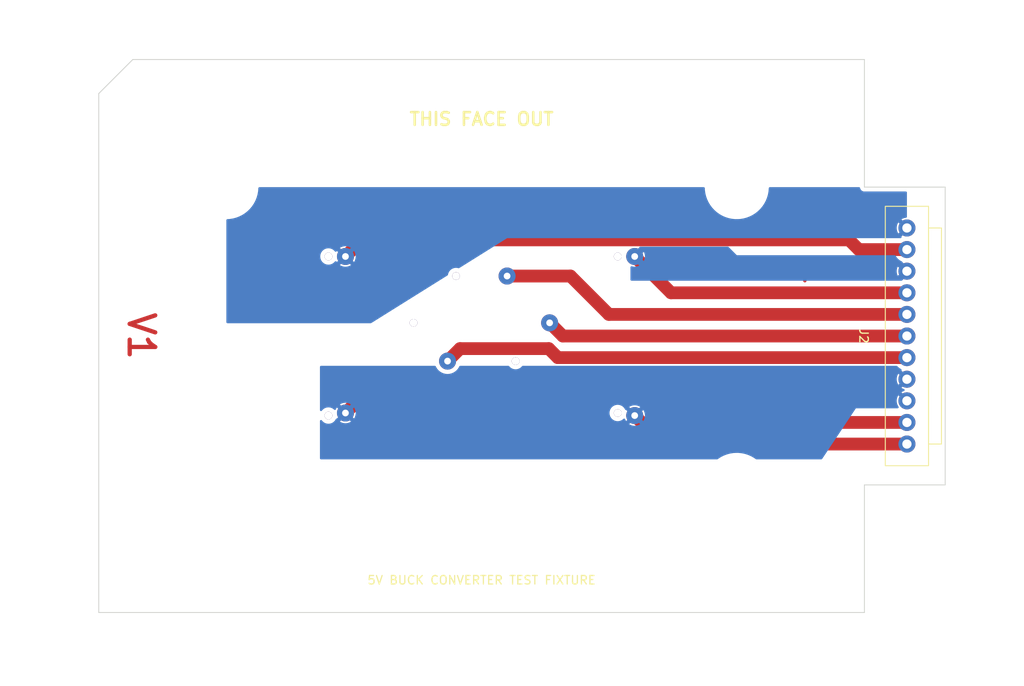
<source format=kicad_pcb>
(kicad_pcb (version 20211014) (generator pcbnew)
  (layers (0 "F.Cu" signal) (31 "B.Cu" signal) (34 "B.Paste" user) (35 "F.Paste" user) (36 "B.SilkS" user "B.Silkscreen") (37 "F.SilkS" user "F.Silkscreen") (38 "B.Mask" user) (39 "F.Mask" user) (44 "Edge.Cuts" user))
  (net 0 "")
  (net 1 "Net-(J1-Pad2)")
  (net 2 "Net-(J1-Pad4)")
  (net 3 "Net-(J1-Pad5)")
  (net 11 "VCC")
  (net 12 "+5V")
  (net 13 "GND")
  (footprint "Buck Converter Tester:705430010" (layer "F.Cu") (at 165 95.5 -90)
    (fp_text reference "J2" (at 0 5.08 -90 unlocked) (layer "F.SilkS"))
    (fp_text value "Conn_01x11_Male")
    (fp_rect (start -15.245 -2.54) (end 15.245 2.54) (layer "F.SilkS") (width 0.12) (fill none))
    (fp_rect (start -12.7 -2.54) (end 12.7 -4.06) (layer "F.SilkS") (width 0.12) (fill none))
    (pad "1" thru_hole circle (at -12.7 0 270) (size 2 2) (drill 1.09) (layers *.Cu *.Mask) (net 11 "VCC"))
    (pad "2" thru_hole circle (at -10.16 0 270) (size 2 2) (drill 1.09) (layers *.Cu *.Mask) (net 11 "VCC"))
    (pad "3" thru_hole circle (at -7.62 0 270) (size 2 2) (drill 1.09) (layers *.Cu *.Mask) (net 12 "+5V"))
    (pad "4" thru_hole circle (at -5.08 0 270) (size 2 2) (drill 1.09) (layers *.Cu *.Mask) (net 12 "+5V"))
    (pad "5" thru_hole circle (at -2.54 0 270) (size 2 2) (drill 1.09) (layers *.Cu *.Mask) (net 1 "Net-(J1-Pad2)"))
    (pad "6" thru_hole circle (at 0 0 270) (size 2 2) (drill 1.09) (layers *.Cu *.Mask) (net 2 "Net-(J1-Pad4)"))
    (pad "7" thru_hole circle (at 2.54 0 270) (size 2 2) (drill 1.09) (layers *.Cu *.Mask) (net 3 "Net-(J1-Pad5)"))
    (pad "8" thru_hole circle (at 5.08 0 270) (size 2 2) (drill 1.09) (layers *.Cu *.Mask) (net 13 "GND"))
    (pad "9" thru_hole circle (at 7.62 0 270) (size 2 2) (drill 1.09) (layers *.Cu *.Mask) (net 13 "GND"))
    (pad "10" thru_hole circle (at 10.16 0 270) (size 2 2) (drill 1.09) (layers *.Cu *.Mask) (net 13 "GND"))
    (pad "11" thru_hole circle (at 12.7 0 270) (size 2 2) (drill 1.09) (layers *.Cu *.Mask) (net 13 "GND"))
  )
  (footprint "MountingHole:MountingHole_6.5mm" (layer "F.Cu") (at 145 113)
    (fp_text reference "REF**" hide)
    (fp_text value "MountingHole_6.5mm")
    (pad "" np_thru_hole circle (at 0 0) (size 6.5 6.5) (drill 6.5) (layers *.Cu *.Mask))
  )
  (footprint "MountingHole:MountingHole_3.2mm_M3" (layer "F.Cu") (at 75 68)
    (fp_text reference "REF**" hide)
    (fp_text value "MountingHole_3.2mm_M3")
    (pad "" np_thru_hole circle (at 0 0) (size 3.2 3.2) (drill 3.2) (layers *.Cu *.Mask))
  )
  (footprint "MountingHole:MountingHole_3.2mm_M3" (layer "F.Cu") (at 75 123)
    (fp_text reference "REF**" hide)
    (fp_text value "MountingHole_3.2mm_M3")
    (pad "" np_thru_hole circle (at 0 0) (size 3.2 3.2) (drill 3.2) (layers *.Cu *.Mask))
  )
  (footprint "MountingHole:MountingHole_6.5mm" (layer "F.Cu") (at 85 78)
    (fp_text reference "REF**" hide)
    (fp_text value "MountingHole_6.5mm")
    (pad "" np_thru_hole circle (at 0 0) (size 6.5 6.5) (drill 6.5) (layers *.Cu *.Mask))
  )
  (footprint "MountingHole:MountingHole_3.2mm_M3" (layer "F.Cu") (at 155 123)
    (fp_text reference "REF**" hide)
    (fp_text value "MountingHole_3.2mm_M3")
    (pad "" np_thru_hole circle (at 0 0) (size 3.2 3.2) (drill 3.2) (layers *.Cu *.Mask))
  )
  (footprint "MountingHole:MountingHole_3.2mm_M3" (layer "F.Cu") (at 155 68)
    (fp_text reference "REF**" hide)
    (fp_text value "MountingHole_3.2mm_M3")
    (pad "" np_thru_hole circle (at 0 0) (size 3.2 3.2) (drill 3.2) (layers *.Cu *.Mask))
  )
  (footprint "MountingHole:MountingHole_6.5mm" (layer "F.Cu") (at 85 113)
    (fp_text reference "REF**" hide)
    (fp_text value "MountingHole_6.5mm")
    (pad "" np_thru_hole circle (at 0 0) (size 6.5 6.5) (drill 6.5) (layers *.Cu *.Mask))
  )
  (footprint "Buck Converter Tester:Buck Converter - Pogo Pin Solder Pads" (layer "F.Cu") (at 133 86.15 180)
    (fp_text reference "J1" hide)
    (fp_text value "Conn_01x07_Male")
    (pad "1" thru_hole circle (at 34 0 180) (size 2 2) (drill 0.79) (layers *.Cu *.Mask) (net 11 "VCC"))
    (pad "2" thru_hole circle (at 15 -2.3 180) (size 2 2) (drill 0.79) (layers *.Cu *.Mask) (net 1 "Net-(J1-Pad2)"))
    (pad "3" thru_hole circle (at 0 0 180) (size 2 2) (drill 0.79) (layers *.Cu *.Mask) (net 12 "+5V"))
    (pad "4" thru_hole circle (at 10 -7.8 180) (size 2 2) (drill 0.79) (layers *.Cu *.Mask) (net 2 "Net-(J1-Pad4)"))
    (pad "5" thru_hole circle (at 22 -12.3 180) (size 2 2) (drill 0.79) (layers *.Cu *.Mask) (net 3 "Net-(J1-Pad5)"))
    (pad "6" thru_hole circle (at 0 -18.7 180) (size 2 2) (drill 0.79) (layers *.Cu *.Mask) (net 13 "GND"))
    (pad "7" thru_hole circle (at 34 -18.4 180) (size 2 2) (drill 0.79) (layers *.Cu *.Mask) (net 13 "GND"))
  )
  (footprint "MountingHole:MountingHole_6.5mm" (layer "F.Cu") (at 145 78)
    (fp_text reference "REF**" hide)
    (fp_text value "MountingHole_6.5mm")
    (pad "" np_thru_hole circle (at 0 0) (size 6.5 6.5) (drill 6.5) (layers *.Cu *.Mask))
  )
  (footprint "Buck Converter Tester:Buck Converter - Pogo Pin Holes" (layer "B.Cu") (at 97 86.15)
    (fp_text reference "J3" hide)
    (fp_text value "Conn_01x07_Male")
    (pad "1" thru_hole circle (at 0 0) (size 0.9 0.9) (drill 0.9) (layers *.Cu *.Mask))
    (pad "2" thru_hole circle (at 0 18.7) (size 0.9 0.9) (drill 0.9) (layers *.Cu *.Mask))
    (pad "3" thru_hole circle (at 10 7.8) (size 0.9 0.9) (drill 0.9) (layers *.Cu *.Mask))
    (pad "4" thru_hole circle (at 15 2.3) (size 0.9 0.9) (drill 0.9) (layers *.Cu *.Mask))
    (pad "5" thru_hole circle (at 22 12.3) (size 0.9 0.9) (drill 0.9) (layers *.Cu *.Mask))
    (pad "6" thru_hole circle (at 34 18.4) (size 0.9 0.9) (drill 0.9) (layers *.Cu *.Mask))
    (pad "7" thru_hole circle (at 34 0) (size 0.9 0.9) (drill 0.9) (layers *.Cu *.Mask))
  )
  (gr_circle (center 153 89) (end 153 89) (layer "F.Cu") (width 0.2) (fill none))
  (gr_line (start 160 63) (end 160 78) (layer "Edge.Cuts") (width 0.1))
  (gr_line (start 70 128) (end 160 128) (layer "Edge.Cuts") (width 0.1))
  (gr_line (start 70 67) (end 70 128) (layer "Edge.Cuts") (width 0.1))
  (gr_line (start 74 63) (end 70 67) (layer "Edge.Cuts") (width 0.1))
  (gr_line (start 169.5 78) (end 169.5 113) (layer "Edge.Cuts") (width 0.1))
  (gr_line (start 169.5 78) (end 160 78) (layer "Edge.Cuts") (width 0.1))
  (gr_line (start 160 113) (end 160 128) (layer "Edge.Cuts") (width 0.1))
  (gr_line (start 169.5 113) (end 160 113) (layer "Edge.Cuts") (width 0.1))
  (gr_line (start 160 63) (end 74 63) (layer "Edge.Cuts") (width 0.1))
  (gr_text "V1\n" (at 75 95.5 270) (layer "F.Cu") (effects (font (size 3 3) (thickness 0.5))))
  (gr_text "5V BUCK CONVERTER TEST FIXTURE\n\n" (at 115 125) (layer "F.SilkS") (effects (font (size 1 1))))
  (gr_text "THIS FACE OUT" (at 115 70) (layer "F.SilkS") (effects (font (size 1.5 1.5) (thickness 0.3))))
  (segment (start 129.96 92.96) (end 165 92.96) (width 1.5) (layer "F.Cu") (net 1))
  (segment (start 125.45 88.45) (end 118 88.45) (width 1.5) (layer "F.Cu") (net 1))
  (segment (start 129.96 92.96) (end 125.45 88.45) (width 1.5) (layer "F.Cu") (net 1))
  (segment (start 123 93.95) (end 124.55 95.5) (width 1.5) (layer "F.Cu") (net 2))
  (segment (start 124.55 95.5) (end 165 95.5) (width 1.5) (layer "F.Cu") (net 2))
  (segment (start 122.900479 96.980479) (end 112.469521 96.980479) (width 1.5) (layer "F.Cu") (net 3))
  (segment (start 123.96 98.04) (end 122.900479 96.980479) (width 1.5) (layer "F.Cu") (net 3))
  (segment (start 112.469521 96.980479) (end 111 98.45) (width 1.5) (layer "F.Cu") (net 3))
  (segment (start 123.96 98.04) (end 165 98.04) (width 1.5) (layer "F.Cu") (net 3))
  (segment (start 99 86.15) (end 100.949511 84.200489) (width 1.5) (layer "F.Cu") (net 11))
  (segment (start 158.200489 84.200489) (end 159.34 85.34) (width 1.5) (layer "F.Cu") (net 11))
  (segment (start 100.949511 84.200489) (end 158.200489 84.200489) (width 1.5) (layer "F.Cu") (net 11))
  (segment (start 159.34 85.34) (end 165 85.34) (width 1.5) (layer "F.Cu") (net 11))
  (segment (start 137.27 90.42) (end 165 90.42) (width 1.5) (layer "F.Cu") (net 12))
  (segment (start 133 86.15) (end 137.27 90.42) (width 1.5) (layer "F.Cu") (net 12))
  (segment (start 102.55 101) (end 99 104.55) (width 1.5) (layer "F.Cu") (net 13))
  (segment (start 141.66 105.66) (end 165 105.66) (width 1.5) (layer "F.Cu") (net 13))
  (segment (start 141.66 105.66) (end 137 101) (width 1.5) (layer "F.Cu") (net 13))
  (segment (start 133 104.85) (end 136.35 108.2) (width 1.5) (layer "F.Cu") (net 13))
  (segment (start 136.35 108.2) (end 165 108.2) (width 1.5) (layer "F.Cu") (net 13))
  (segment (start 137 101) (end 102.55 101) (width 1.5) (layer "F.Cu") (net 13))
  (zone (net 13) (net_name "GND") (layer "B.Cu") (connect_pads (clearance 0.508)) (min_thickness 0.254) (fill yes (thermal_gap 0.2) (thermal_bridge_width 0.508))
    (polygon (pts (xy 165 104) (xy 159 104) (xy 155 110) (xy 96 110) (xy 96 99) (xy 165 99)))
  )
  (zone (net 11) (net_name "VCC") (layer "B.Cu") (connect_pads (clearance 0.508)) (min_thickness 0.254) (fill yes (thermal_gap 0.2) (thermal_bridge_width 0.508))
    (polygon (pts (xy 165 84) (xy 118 84) (xy 102 94) (xy 85 94) (xy 85 78) (xy 165 78)))
  )
  (zone (net 12) (net_name "+5V") (layer "B.Cu") (connect_pads (clearance 0.508)) (min_thickness 0.254) (fill yes (thermal_gap 0.2) (thermal_bridge_width 0.75))
    (polygon (pts (xy 145 86) (xy 165 86) (xy 165 89) (xy 132.5 89) (xy 132.5 85) (xy 144 85)))
  )
)
</source>
